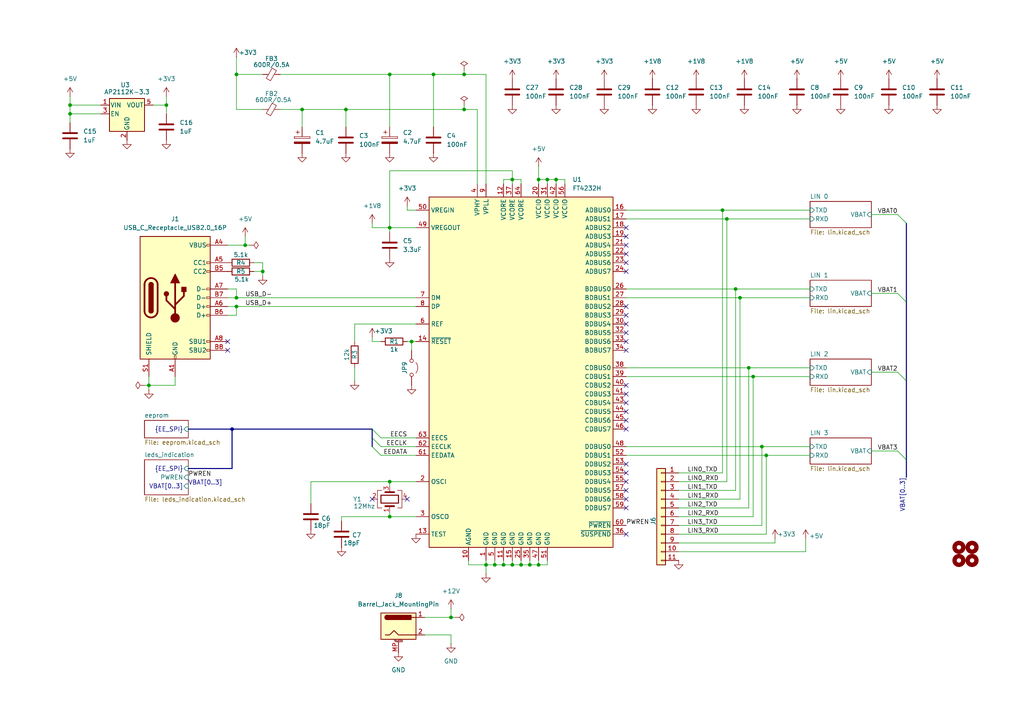
<source format=kicad_sch>
(kicad_sch (version 20231120) (generator "eeschema") (generator_version "8.0")
  (paper "A4")
  (title_block (title "FTDI Quad LIN"))
  (lib_symbols
    (symbol "Connector:Barrel_Jack_MountingPin" (pin_names hide)
      (property "Reference" "J" (at 0 5.334 0))
      (property "Value" "Barrel_Jack_MountingPin" (at 1.27 -6.35 0))
      (symbol "Barrel_Jack_MountingPin_1_1"
        (text "Mounting" (at 0 -4.191 0) (effects (font (size 0.381 0.381))))
        (pin passive line (at 7.62 2.54 180) (length 2.54) (name "~") (number "1"))
        (pin passive line (at 7.62 -2.54 180) (length 2.54) (name "~") (number "2"))
        (pin passive line (at 0 -7.62 90) (length 3.048) (name "MountPin") (number "MP"))
      )
    )
    (symbol "Connector:USB_C_Receptacle_USB2.0_16P" (pin_names (offset 1.016))
      (property "Reference" "J" (at 0 22.225 0))
      (property "Value" "USB_C_Receptacle_USB2.0_16P" (at 0 19.685 0))
      (symbol "USB_C_Receptacle_USB2.0_16P_1_1"
        (pin passive line (at 0 -22.86 90) (length 5.08) (name "GND") (number "A1"))
        (pin passive line (at 0 -22.86 90) (length 5.08) hide (name "GND") (number "A12"))
        (pin passive line (at 15.24 15.24 180) (length 5.08) (name "VBUS") (number "A4"))
        (pin bidirectional line (at 15.24 10.16 180) (length 5.08) (name "CC1") (number "A5"))
        (pin bidirectional line (at 15.24 -2.54 180) (length 5.08) (name "D+") (number "A6"))
        (pin bidirectional line (at 15.24 2.54 180) (length 5.08) (name "D-") (number "A7"))
        (pin bidirectional line (at 15.24 -12.7 180) (length 5.08) (name "SBU1") (number "A8"))
        (pin passive line (at 15.24 15.24 180) (length 5.08) hide (name "VBUS") (number "A9"))
        (pin passive line (at 0 -22.86 90) (length 5.08) hide (name "GND") (number "B1"))
        (pin passive line (at 0 -22.86 90) (length 5.08) hide (name "GND") (number "B12"))
        (pin passive line (at 15.24 15.24 180) (length 5.08) hide (name "VBUS") (number "B4"))
        (pin bidirectional line (at 15.24 7.62 180) (length 5.08) (name "CC2") (number "B5"))
        (pin bidirectional line (at 15.24 -5.08 180) (length 5.08) (name "D+") (number "B6"))
        (pin bidirectional line (at 15.24 0 180) (length 5.08) (name "D-") (number "B7"))
        (pin bidirectional line (at 15.24 -15.24 180) (length 5.08) (name "SBU2") (number "B8"))
        (pin passive line (at 15.24 15.24 180) (length 5.08) hide (name "VBUS") (number "B9"))
        (pin passive line (at -7.62 -22.86 90) (length 5.08) (name "SHIELD") (number "S1"))
      )
    )
    (symbol "Connector_Generic:Conn_01x11" (pin_names (offset 1.016) hide)
      (property "Reference" "J" (at 0 15.24 0))
      (property "Value" "Conn_01x11" (at 0 -15.24 0))
      (symbol "Conn_01x11_1_1"
        (pin passive line (at -5.08 12.7 0) (length 3.81) (name "Pin_1") (number "1"))
        (pin passive line (at -5.08 -10.16 0) (length 3.81) (name "Pin_10") (number "10"))
        (pin passive line (at -5.08 -12.7 0) (length 3.81) (name "Pin_11") (number "11"))
        (pin passive line (at -5.08 10.16 0) (length 3.81) (name "Pin_2") (number "2"))
        (pin passive line (at -5.08 7.62 0) (length 3.81) (name "Pin_3") (number "3"))
        (pin passive line (at -5.08 5.08 0) (length 3.81) (name "Pin_4") (number "4"))
        (pin passive line (at -5.08 2.54 0) (length 3.81) (name "Pin_5") (number "5"))
        (pin passive line (at -5.08 0 0) (length 3.81) (name "Pin_6") (number "6"))
        (pin passive line (at -5.08 -2.54 0) (length 3.81) (name "Pin_7") (number "7"))
        (pin passive line (at -5.08 -5.08 0) (length 3.81) (name "Pin_8") (number "8"))
        (pin passive line (at -5.08 -7.62 0) (length 3.81) (name "Pin_9") (number "9"))
      )
    )
    (symbol "Device:C" (pin_numbers hide) (pin_names (offset 0.254))
      (property "Reference" "C" (at 0.635 2.54 0))
      (property "Value" "C" (at 0.635 -2.54 0))
      (symbol "C_1_1"
        (pin passive line (at 0 3.81 270) (length 2.794) (name "~") (number "1"))
        (pin passive line (at 0 -3.81 90) (length 2.794) (name "~") (number "2"))
      )
    )
    (symbol "Device:C_Polarized" (pin_numbers hide) (pin_names (offset 0.254))
      (property "Reference" "C" (at 0.635 2.54 0))
      (property "Value" "C_Polarized" (at 0.635 -2.54 0))
      (symbol "C_Polarized_1_1"
        (pin passive line (at 0 3.81 270) (length 2.794) (name "~") (number "1"))
        (pin passive line (at 0 -3.81 90) (length 2.794) (name "~") (number "2"))
      )
    )
    (symbol "Device:Crystal_GND24" (pin_names (offset 1.016) hide)
      (property "Reference" "Y" (at 3.175 5.08 0))
      (property "Value" "Crystal_GND24" (at 3.175 3.175 0))
      (symbol "Crystal_GND24_1_1"
        (pin passive line (at -3.81 0 0) (length 1.27) (name "1") (number "1"))
        (pin passive line (at 0 5.08 270) (length 1.27) (name "2") (number "2"))
        (pin passive line (at 3.81 0 180) (length 1.27) (name "3") (number "3"))
        (pin passive line (at 0 -5.08 90) (length 1.27) (name "4") (number "4"))
      )
    )
    (symbol "Device:FerriteBead_Small" (pin_numbers hide) (pin_names (offset 0))
      (property "Reference" "FB" (at 1.905 1.27 0))
      (property "Value" "FerriteBead_Small" (at 1.905 -1.27 0))
      (symbol "FerriteBead_Small_1_1"
        (pin passive line (at 0 2.54 270) (length 1.27) (name "~") (number "1"))
        (pin passive line (at 0 -2.54 90) (length 1.27) (name "~") (number "2"))
      )
    )
    (symbol "Device:R" (pin_numbers hide) (pin_names (offset 0))
      (property "Reference" "R" (at 2.032 0 90))
      (property "Value" "R" (at 0 0 90))
      (symbol "R_1_1"
        (pin passive line (at 0 3.81 270) (length 1.27) (name "~") (number "1"))
        (pin passive line (at 0 -3.81 90) (length 1.27) (name "~") (number "2"))
      )
    )
    (symbol "Interface_USB:FT4232H"
      (property "Reference" "U" (at -26.67 53.34 0))
      (property "Value" "FT4232H" (at 19.05 53.34 0))
      (symbol "FT4232H_1_1"
        (pin power_in line (at -10.16 -53.34 90) (length 3.81) (name "GND") (number "1"))
        (pin power_in line (at -15.24 -53.34 90) (length 3.81) (name "AGND") (number "10"))
        (pin power_in line (at -5.08 -53.34 90) (length 3.81) (name "GND") (number "11"))
        (pin power_in line (at -5.08 55.88 270) (length 3.81) (name "VCORE") (number "12"))
        (pin input line (at -30.48 -45.72 0) (length 3.81) (name "TEST") (number "13"))
        (pin input line (at -30.48 10.16 0) (length 3.81) (name "~{RESET}") (number "14"))
        (pin power_in line (at -2.54 -53.34 90) (length 3.81) (name "GND") (number "15"))
        (pin bidirectional line (at 30.48 48.26 180) (length 3.81) (name "ADBUS0") (number "16"))
        (pin bidirectional line (at 30.48 45.72 180) (length 3.81) (name "ADBUS1") (number "17"))
        (pin bidirectional line (at 30.48 43.18 180) (length 3.81) (name "ADBUS2") (number "18"))
        (pin bidirectional line (at 30.48 40.64 180) (length 3.81) (name "ADBUS3") (number "19"))
        (pin input line (at -30.48 -30.48 0) (length 3.81) (name "OSCI") (number "2"))
        (pin power_in line (at 5.08 55.88 270) (length 3.81) (name "VCCIO") (number "20"))
        (pin bidirectional line (at 30.48 38.1 180) (length 3.81) (name "ADBUS4") (number "21"))
        (pin bidirectional line (at 30.48 35.56 180) (length 3.81) (name "ADBUS5") (number "22"))
        (pin bidirectional line (at 30.48 33.02 180) (length 3.81) (name "ADBUS6") (number "23"))
        (pin bidirectional line (at 30.48 30.48 180) (length 3.81) (name "ADBUS7") (number "24"))
        (pin power_in line (at 0 -53.34 90) (length 3.81) (name "GND") (number "25"))
        (pin bidirectional line (at 30.48 25.4 180) (length 3.81) (name "BDBUS0") (number "26"))
        (pin bidirectional line (at 30.48 22.86 180) (length 3.81) (name "BDBUS1") (number "27"))
        (pin bidirectional line (at 30.48 20.32 180) (length 3.81) (name "BDBUS2") (number "28"))
        (pin bidirectional line (at 30.48 17.78 180) (length 3.81) (name "BDBUS3") (number "29"))
        (pin output line (at -30.48 -40.64 0) (length 3.81) (name "OSCO") (number "3"))
        (pin bidirectional line (at 30.48 15.24 180) (length 3.81) (name "BDBUS4") (number "30"))
        (pin power_in line (at 7.62 55.88 270) (length 3.81) (name "VCCIO") (number "31"))
        (pin bidirectional line (at 30.48 12.7 180) (length 3.81) (name "BDBUS5") (number "32"))
        (pin bidirectional line (at 30.48 10.16 180) (length 3.81) (name "BDBUS6") (number "33"))
        (pin bidirectional line (at 30.48 7.62 180) (length 3.81) (name "BDBUS7") (number "34"))
        (pin power_in line (at 2.54 -53.34 90) (length 3.81) (name "GND") (number "35"))
        (pin output line (at 30.48 -45.72 180) (length 3.81) (name "~{SUSPEND}") (number "36"))
        (pin power_in line (at -2.54 55.88 270) (length 3.81) (name "VCORE") (number "37"))
        (pin bidirectional line (at 30.48 2.54 180) (length 3.81) (name "CDBUS0") (number "38"))
        (pin bidirectional line (at 30.48 0 180) (length 3.81) (name "CDBUS1") (number "39"))
        (pin power_in line (at -12.7 55.88 270) (length 3.81) (name "VPHY") (number "4"))
        (pin bidirectional line (at 30.48 -2.54 180) (length 3.81) (name "CDBUS2") (number "40"))
        (pin bidirectional line (at 30.48 -5.08 180) (length 3.81) (name "CDBUS3") (number "41"))
        (pin power_in line (at 10.16 55.88 270) (length 3.81) (name "VCCIO") (number "42"))
        (pin bidirectional line (at 30.48 -7.62 180) (length 3.81) (name "CDBUS4") (number "43"))
        (pin bidirectional line (at 30.48 -10.16 180) (length 3.81) (name "CDBUS5") (number "44"))
        (pin bidirectional line (at 30.48 -12.7 180) (length 3.81) (name "CDBUS6") (number "45"))
        (pin bidirectional line (at 30.48 -15.24 180) (length 3.81) (name "CDBUS7") (number "46"))
        (pin power_in line (at 5.08 -53.34 90) (length 3.81) (name "GND") (number "47"))
        (pin bidirectional line (at 30.48 -20.32 180) (length 3.81) (name "DDBUS0") (number "48"))
        (pin power_out line (at -30.48 43.18 0) (length 3.81) (name "VREGOUT") (number "49"))
        (pin power_in line (at -7.62 -53.34 90) (length 3.81) (name "GND") (number "5"))
        (pin power_in line (at -30.48 48.26 0) (length 3.81) (name "VREGIN") (number "50"))
        (pin power_in line (at 7.62 -53.34 90) (length 3.81) (name "GND") (number "51"))
        (pin bidirectional line (at 30.48 -22.86 180) (length 3.81) (name "DDBUS1") (number "52"))
        (pin bidirectional line (at 30.48 -25.4 180) (length 3.81) (name "DDBUS2") (number "53"))
        (pin bidirectional line (at 30.48 -27.94 180) (length 3.81) (name "DDBUS3") (number "54"))
        (pin bidirectional line (at 30.48 -30.48 180) (length 3.81) (name "DDBUS4") (number "55"))
        (pin power_in line (at 12.7 55.88 270) (length 3.81) (name "VCCIO") (number "56"))
        (pin bidirectional line (at 30.48 -33.02 180) (length 3.81) (name "DDBUS5") (number "57"))
        (pin bidirectional line (at 30.48 -35.56 180) (length 3.81) (name "DDBUS6") (number "58"))
        (pin bidirectional line (at 30.48 -38.1 180) (length 3.81) (name "DDBUS7") (number "59"))
        (pin input line (at -30.48 15.24 0) (length 3.81) (name "REF") (number "6"))
        (pin output line (at 30.48 -43.18 180) (length 3.81) (name "~{PWREN}") (number "60"))
        (pin bidirectional line (at -30.48 -22.86 0) (length 3.81) (name "EEDATA") (number "61"))
        (pin output line (at -30.48 -20.32 0) (length 3.81) (name "EECLK") (number "62"))
        (pin output line (at -30.48 -17.78 0) (length 3.81) (name "EECS") (number "63"))
        (pin power_in line (at 0 55.88 270) (length 3.81) (name "VCORE") (number "64"))
        (pin bidirectional line (at -30.48 22.86 0) (length 3.81) (name "DM") (number "7"))
        (pin bidirectional line (at -30.48 20.32 0) (length 3.81) (name "DP") (number "8"))
        (pin power_in line (at -10.16 55.88 270) (length 3.81) (name "VPLL") (number "9"))
      )
    )
    (symbol "Jumper:Jumper_2_Open" (pin_numbers hide) (pin_names (offset 0) hide) (exclude_from_sim yes)
      (property "Reference" "JP" (at 0 2.794 0))
      (property "Value" "Jumper_2_Open" (at 0 -2.286 0))
      (symbol "Jumper_2_Open_1_1"
        (pin passive line (at -5.08 0 0) (length 2.54) (name "A") (number "1"))
        (pin passive line (at 5.08 0 180) (length 2.54) (name "B") (number "2"))
      )
    )
    (symbol "Mechanical:MountingHole" (pin_names (offset 1.016)) (exclude_from_sim yes) (in_bom no)
      (property "Reference" "H" (at 0 5.08 0))
      (property "Value" "MountingHole" (at 0 3.175 0))
    )
    (symbol "Regulator_Linear:AP2112K-3.3" (pin_names (offset 0.254))
      (property "Reference" "U" (at -5.08 5.715 0))
      (property "Value" "AP2112K-3.3" (at 0 5.715 0))
      (symbol "AP2112K-3.3_1_1"
        (pin power_in line (at -7.62 2.54 0) (length 2.54) (name "VIN") (number "1"))
        (pin power_in line (at 0 -7.62 90) (length 2.54) (name "GND") (number "2"))
        (pin input line (at -7.62 0 0) (length 2.54) (name "EN") (number "3"))
        (pin no_connect line (at 5.08 0 180) (length 2.54) hide (name "NC") (number "4"))
        (pin power_out line (at 7.62 2.54 180) (length 2.54) (name "VOUT") (number "5"))
      )
    )
    (symbol "power:+12V" (power) (pin_numbers hide) (pin_names (offset 0) hide)
      (property "Value" "+12V" (at 0 3.556 0))
      (symbol "+12V_1_1"
        (pin power_in line (at 0 0 90) (length 0) (name "~") (number "1"))
      )
    )
    (symbol "power:+1V8" (power) (pin_numbers hide) (pin_names (offset 0) hide)
      (property "Value" "+1V8" (at 0 3.556 0))
      (symbol "+1V8_1_1"
        (pin power_in line (at 0 0 90) (length 0) (name "~") (number "1"))
      )
    )
    (symbol "power:+3V3" (power) (pin_numbers hide) (pin_names (offset 0) hide)
      (property "Value" "+3V3" (at 0 3.556 0))
      (symbol "+3V3_1_1"
        (pin power_in line (at 0 0 90) (length 0) (name "~") (number "1"))
      )
    )
    (symbol "power:+5V" (power) (pin_numbers hide) (pin_names (offset 0) hide)
      (property "Value" "+5V" (at 0 3.556 0))
      (symbol "+5V_1_1"
        (pin power_in line (at 0 0 90) (length 0) (name "~") (number "1"))
      )
    )
    (symbol "power:GND" (power) (pin_numbers hide) (pin_names (offset 0) hide)
      (property "Value" "GND" (at 0 -3.81 0))
      (symbol "GND_1_1"
        (pin power_in line (at 0 0 270) (length 0) (name "~") (number "1"))
      )
    )
    (symbol "power:PWR_FLAG" (power) (pin_numbers hide) (pin_names (offset 0) hide)
      (property "Value" "PWR_FLAG" (at 0 3.81 0))
      (symbol "PWR_FLAG_0_0"
        (pin power_out line (at 0 0 90) (length 0) (name "~") (number "1"))
      )
    )
  )
  (bus_alias "" (members "0" "1" "2" "3"))
  (bus_alias "EE_SPI" (members "EECS" "EECLK" "EEDATA"))
  (junction (at 76.2 78.74))
  (junction (at 134.62 31.75))
  (junction (at 113.03 139.7))
  (junction (at 148.59 163.83))
  (junction (at 146.05 163.83))
  (junction (at 43.18 111.76))
  (junction (at 100.33 31.75))
  (junction (at 156.21 163.83))
  (junction (at 140.97 163.83))
  (junction (at 119.38 99.06))
  (junction (at 48.26 30.48))
  (junction (at 20.32 33.02))
  (junction (at 148.59 52.07))
  (junction (at 68.58 21.59))
  (junction (at 87.63 31.75))
  (junction (at 143.51 163.83))
  (junction (at 67.31 124.46))
  (junction (at 68.58 88.9))
  (junction (at 210.82 63.5))
  (junction (at 217.17 106.68))
  (junction (at 213.36 83.82))
  (junction (at 161.29 52.07))
  (junction (at 130.81 179.07))
  (junction (at 222.25 132.08))
  (junction (at 125.73 21.59))
  (junction (at 113.03 66.04))
  (junction (at 158.75 52.07))
  (junction (at 71.12 71.12))
  (junction (at 214.63 86.36))
  (junction (at 209.55 60.96))
  (junction (at 113.03 149.86))
  (junction (at 68.58 86.36))
  (junction (at 20.32 30.48))
  (junction (at 113.03 21.59))
  (junction (at 156.21 52.07))
  (junction (at 153.67 163.83))
  (junction (at 151.13 163.83))
  (junction (at 218.44 109.22))
  (junction (at 134.62 21.59))
  (junction (at 220.98 129.54))
  (no_connect (at 181.61 96.52))
  (no_connect (at 66.04 101.6))
  (no_connect (at 181.61 73.66))
  (no_connect (at 181.61 101.6))
  (no_connect (at 181.61 137.16))
  (no_connect (at 181.61 142.24))
  (no_connect (at 181.61 114.3))
  (no_connect (at 181.61 76.2))
  (no_connect (at 181.61 111.76))
  (no_connect (at 181.61 121.92))
  (no_connect (at 66.04 99.06))
  (no_connect (at 181.61 134.62))
  (no_connect (at 181.61 71.12))
  (no_connect (at 181.61 144.78))
  (no_connect (at 181.61 154.94))
  (no_connect (at 181.61 68.58))
  (no_connect (at 181.61 124.46))
  (no_connect (at 181.61 139.7))
  (no_connect (at 181.61 93.98))
  (no_connect (at 181.61 119.38))
  (no_connect (at 181.61 99.06))
  (no_connect (at 181.61 116.84))
  (no_connect (at 118.11 144.78))
  (no_connect (at 181.61 147.32))
  (no_connect (at 107.95 144.78))
  (no_connect (at 181.61 91.44))
  (no_connect (at 181.61 88.9))
  (no_connect (at 181.61 66.04))
  (no_connect (at 181.61 78.74))
  (bus_entry (at 260.35 130.81) (size 2.54 2.54))
  (bus_entry (at 107.95 124.46) (size 2.54 2.54))
  (bus_entry (at 260.35 107.95) (size 2.54 2.54))
  (bus_entry (at 107.95 127) (size 2.54 2.54))
  (bus_entry (at 107.95 129.54) (size 2.54 2.54))
  (bus_entry (at 260.35 62.23) (size 2.54 2.54))
  (bus_entry (at 260.35 85.09) (size 2.54 2.54))
  (wire (pts (xy 252.73 107.95) (xy 260.35 107.95)))
  (wire (pts (xy 134.62 31.75) (xy 138.43 31.75)))
  (wire (pts (xy 123.19 179.07) (xy 130.81 179.07)))
  (wire (pts (xy 196.85 137.16) (xy 209.55 137.16)))
  (wire (pts (xy 102.87 93.98) (xy 102.87 99.06)))
  (wire (pts (xy 68.58 86.36) (xy 120.65 86.36)))
  (wire (pts (xy 224.79 156.21) (xy 224.79 157.48)))
  (wire (pts (xy 113.03 49.53) (xy 148.59 49.53)))
  (wire (pts (xy 120.65 60.96) (xy 118.11 60.96)))
  (wire (pts (xy 181.61 132.08) (xy 222.25 132.08)))
  (wire (pts (xy 44.45 30.48) (xy 48.26 30.48)))
  (wire (pts (xy 156.21 162.56) (xy 156.21 163.83)))
  (wire (pts (xy 153.67 163.83) (xy 151.13 163.83)))
  (wire (pts (xy 43.18 111.76) (xy 50.8 111.76)))
  (wire (pts (xy 73.66 76.2) (xy 76.2 76.2)))
  (wire (pts (xy 151.13 163.83) (xy 148.59 163.83)))
  (wire (pts (xy 146.05 163.83) (xy 143.51 163.83)))
  (wire (pts (xy 148.59 162.56) (xy 148.59 163.83)))
  (bus (pts (xy 262.89 110.49) (xy 262.89 87.63)))
  (wire (pts (xy 140.97 162.56) (xy 140.97 163.83)))
  (wire (pts (xy 143.51 162.56) (xy 143.51 163.83)))
  (wire (pts (xy 100.33 31.75) (xy 100.33 36.83)))
  (wire (pts (xy 125.73 21.59) (xy 125.73 36.83)))
  (wire (pts (xy 76.2 76.2) (xy 76.2 78.74)))
  (wire (pts (xy 68.58 83.82) (xy 66.04 83.82)))
  (wire (pts (xy 148.59 163.83) (xy 146.05 163.83)))
  (bus (pts (xy 107.95 127) (xy 107.95 129.54)))
  (wire (pts (xy 68.58 31.75) (xy 68.58 21.59)))
  (bus (pts (xy 262.89 133.35) (xy 262.89 110.49)))
  (wire (pts (xy 181.61 83.82) (xy 213.36 83.82)))
  (bus (pts (xy 54.61 124.46) (xy 67.31 124.46)))
  (wire (pts (xy 140.97 163.83) (xy 140.97 166.37)))
  (wire (pts (xy 68.58 88.9) (xy 68.58 91.44)))
  (wire (pts (xy 156.21 48.26) (xy 156.21 52.07)))
  (wire (pts (xy 161.29 52.07) (xy 161.29 53.34)))
  (wire (pts (xy 43.18 111.76) (xy 43.18 113.03)))
  (bus (pts (xy 262.89 87.63) (xy 262.89 64.77)))
  (bus (pts (xy 107.95 124.46) (xy 107.95 127)))
  (wire (pts (xy 120.65 93.98) (xy 102.87 93.98)))
  (wire (pts (xy 181.61 60.96) (xy 209.55 60.96)))
  (wire (pts (xy 123.19 184.15) (xy 130.81 184.15)))
  (wire (pts (xy 134.62 30.48) (xy 134.62 31.75)))
  (wire (pts (xy 120.65 66.04) (xy 113.03 66.04)))
  (wire (pts (xy 113.03 21.59) (xy 113.03 36.83)))
  (wire (pts (xy 140.97 21.59) (xy 140.97 53.34)))
  (wire (pts (xy 209.55 137.16) (xy 209.55 60.96)))
  (wire (pts (xy 41.91 111.76) (xy 43.18 111.76)))
  (wire (pts (xy 134.62 20.32) (xy 134.62 21.59)))
  (wire (pts (xy 218.44 109.22) (xy 234.95 109.22)))
  (wire (pts (xy 118.11 60.96) (xy 118.11 59.69)))
  (bus (pts (xy 54.61 135.89) (xy 67.31 135.89)))
  (wire (pts (xy 118.11 99.06) (xy 119.38 99.06)))
  (wire (pts (xy 135.89 162.56) (xy 135.89 163.83)))
  (wire (pts (xy 156.21 52.07) (xy 158.75 52.07)))
  (wire (pts (xy 220.98 152.4) (xy 220.98 129.54)))
  (wire (pts (xy 217.17 147.32) (xy 217.17 106.68)))
  (wire (pts (xy 71.12 71.12) (xy 72.39 71.12)))
  (wire (pts (xy 158.75 52.07) (xy 158.75 53.34)))
  (wire (pts (xy 148.59 52.07) (xy 148.59 53.34)))
  (wire (pts (xy 196.85 142.24) (xy 213.36 142.24)))
  (wire (pts (xy 120.65 88.9) (xy 68.58 88.9)))
  (wire (pts (xy 113.03 21.59) (xy 81.28 21.59)))
  (wire (pts (xy 196.85 147.32) (xy 217.17 147.32)))
  (wire (pts (xy 138.43 31.75) (xy 138.43 53.34)))
  (wire (pts (xy 20.32 30.48) (xy 20.32 33.02)))
  (wire (pts (xy 196.85 139.7) (xy 210.82 139.7)))
  (wire (pts (xy 210.82 63.5) (xy 234.95 63.5)))
  (wire (pts (xy 196.85 157.48) (xy 224.79 157.48)))
  (wire (pts (xy 156.21 53.34) (xy 156.21 52.07)))
  (wire (pts (xy 90.17 146.05) (xy 90.17 139.7)))
  (wire (pts (xy 218.44 149.86) (xy 218.44 109.22)))
  (wire (pts (xy 210.82 139.7) (xy 210.82 63.5)))
  (wire (pts (xy 252.73 130.81) (xy 260.35 130.81)))
  (wire (pts (xy 156.21 163.83) (xy 153.67 163.83)))
  (wire (pts (xy 87.63 31.75) (xy 100.33 31.75)))
  (wire (pts (xy 222.25 154.94) (xy 222.25 132.08)))
  (wire (pts (xy 113.03 149.86) (xy 113.03 148.59)))
  (wire (pts (xy 140.97 21.59) (xy 134.62 21.59)))
  (wire (pts (xy 252.73 85.09) (xy 260.35 85.09)))
  (wire (pts (xy 196.85 144.78) (xy 214.63 144.78)))
  (wire (pts (xy 90.17 139.7) (xy 113.03 139.7)))
  (wire (pts (xy 181.61 86.36) (xy 214.63 86.36)))
  (wire (pts (xy 134.62 21.59) (xy 125.73 21.59)))
  (wire (pts (xy 233.68 160.02) (xy 196.85 160.02)))
  (wire (pts (xy 29.21 30.48) (xy 20.32 30.48)))
  (wire (pts (xy 87.63 31.75) (xy 87.63 36.83)))
  (wire (pts (xy 120.65 139.7) (xy 113.03 139.7)))
  (wire (pts (xy 161.29 52.07) (xy 163.83 52.07)))
  (wire (pts (xy 76.2 78.74) (xy 73.66 78.74)))
  (wire (pts (xy 252.73 62.23) (xy 260.35 62.23)))
  (wire (pts (xy 233.68 156.21) (xy 233.68 160.02)))
  (wire (pts (xy 68.58 16.51) (xy 68.58 21.59)))
  (wire (pts (xy 113.03 139.7) (xy 113.03 140.97)))
  (wire (pts (xy 153.67 162.56) (xy 153.67 163.83)))
  (wire (pts (xy 119.38 99.06) (xy 119.38 101.6)))
  (wire (pts (xy 107.95 66.04) (xy 113.03 66.04)))
  (wire (pts (xy 66.04 86.36) (xy 68.58 86.36)))
  (wire (pts (xy 217.17 106.68) (xy 234.95 106.68)))
  (wire (pts (xy 50.8 109.22) (xy 50.8 111.76)))
  (wire (pts (xy 148.59 49.53) (xy 148.59 52.07)))
  (wire (pts (xy 119.38 99.06) (xy 120.65 99.06)))
  (wire (pts (xy 146.05 162.56) (xy 146.05 163.83)))
  (bus (pts (xy 67.31 124.46) (xy 67.31 135.89)))
  (wire (pts (xy 196.85 149.86) (xy 218.44 149.86)))
  (wire (pts (xy 20.32 30.48) (xy 20.32 27.94)))
  (wire (pts (xy 213.36 83.82) (xy 234.95 83.82)))
  (wire (pts (xy 102.87 106.68) (xy 102.87 110.49)))
  (wire (pts (xy 158.75 162.56) (xy 158.75 163.83)))
  (wire (pts (xy 107.95 97.79) (xy 107.95 99.06)))
  (wire (pts (xy 213.36 142.24) (xy 213.36 83.82)))
  (wire (pts (xy 151.13 52.07) (xy 148.59 52.07)))
  (wire (pts (xy 71.12 68.58) (xy 71.12 71.12)))
  (bus (pts (xy 262.89 133.35) (xy 262.89 138.43)))
  (wire (pts (xy 110.49 132.08) (xy 120.65 132.08)))
  (wire (pts (xy 110.49 127) (xy 120.65 127)))
  (wire (pts (xy 107.95 66.04) (xy 107.95 64.77)))
  (wire (pts (xy 148.59 52.07) (xy 146.05 52.07)))
  (wire (pts (xy 151.13 53.34) (xy 151.13 52.07)))
  (wire (pts (xy 146.05 52.07) (xy 146.05 53.34)))
  (wire (pts (xy 81.28 31.75) (xy 87.63 31.75)))
  (wire (pts (xy 143.51 163.83) (xy 140.97 163.83)))
  (wire (pts (xy 20.32 33.02) (xy 29.21 33.02)))
  (wire (pts (xy 125.73 21.59) (xy 113.03 21.59)))
  (wire (pts (xy 130.81 179.07) (xy 130.81 176.53)))
  (wire (pts (xy 222.25 132.08) (xy 234.95 132.08)))
  (wire (pts (xy 99.06 149.86) (xy 113.03 149.86)))
  (wire (pts (xy 130.81 184.15) (xy 130.81 186.69)))
  (wire (pts (xy 43.18 109.22) (xy 43.18 111.76)))
  (wire (pts (xy 48.26 30.48) (xy 48.26 33.02)))
  (wire (pts (xy 113.03 66.04) (xy 113.03 67.31)))
  (wire (pts (xy 158.75 163.83) (xy 156.21 163.83)))
  (wire (pts (xy 48.26 27.94) (xy 48.26 30.48)))
  (wire (pts (xy 100.33 31.75) (xy 134.62 31.75)))
  (wire (pts (xy 130.81 179.07) (xy 132.08 179.07)))
  (wire (pts (xy 209.55 60.96) (xy 234.95 60.96)))
  (wire (pts (xy 181.61 106.68) (xy 217.17 106.68)))
  (wire (pts (xy 151.13 162.56) (xy 151.13 163.83)))
  (wire (pts (xy 99.06 151.13) (xy 99.06 149.86)))
  (wire (pts (xy 214.63 86.36) (xy 234.95 86.36)))
  (wire (pts (xy 196.85 154.94) (xy 222.25 154.94)))
  (wire (pts (xy 214.63 144.78) (xy 214.63 86.36)))
  (wire (pts (xy 68.58 88.9) (xy 66.04 88.9)))
  (wire (pts (xy 20.32 35.56) (xy 20.32 33.02)))
  (wire (pts (xy 68.58 21.59) (xy 76.2 21.59)))
  (wire (pts (xy 68.58 86.36) (xy 68.58 83.82)))
  (wire (pts (xy 220.98 129.54) (xy 234.95 129.54)))
  (wire (pts (xy 66.04 71.12) (xy 71.12 71.12)))
  (wire (pts (xy 196.85 152.4) (xy 220.98 152.4)))
  (wire (pts (xy 181.61 63.5) (xy 210.82 63.5)))
  (wire (pts (xy 110.49 129.54) (xy 120.65 129.54)))
  (wire (pts (xy 158.75 52.07) (xy 161.29 52.07)))
  (wire (pts (xy 76.2 31.75) (xy 68.58 31.75)))
  (wire (pts (xy 107.95 99.06) (xy 110.49 99.06)))
  (wire (pts (xy 135.89 163.83) (xy 140.97 163.83)))
  (wire (pts (xy 181.61 109.22) (xy 218.44 109.22)))
  (wire (pts (xy 66.04 91.44) (xy 68.58 91.44)))
  (wire (pts (xy 76.2 80.01) (xy 76.2 78.74)))
  (wire (pts (xy 120.65 149.86) (xy 113.03 149.86)))
  (wire (pts (xy 181.61 129.54) (xy 220.98 129.54)))
  (wire (pts (xy 113.03 66.04) (xy 113.03 49.53)))
  (bus (pts (xy 67.31 124.46) (xy 107.95 124.46)))
  (wire (pts (xy 163.83 52.07) (xy 163.83 53.34)))
  (label "EECS" (at 118.11 127 180))
  (label "PWREN" (at 54.61 138.43 0))
  (label "LIN2_RXD" (at 199.39 149.86 0))
  (label "EECLK" (at 118.11 129.54 180))
  (label "PWREN" (at 181.61 152.4 0))
  (label "USB_D-" (at 71.12 86.36 0))
  (label "LIN1_TXD" (at 199.39 142.24 0))
  (label "VBAT2" (at 260.35 107.95 180))
  (label "LIN3_RXD" (at 199.39 154.94 0))
  (label "VBAT[0..3]" (at 262.89 138.43 270))
  (label "VBAT1" (at 260.35 85.09 180))
  (label "LIN0_TXD" (at 199.39 137.16 0))
  (label "EEDATA" (at 118.11 132.08 180))
  (label "LIN1_RXD" (at 199.39 144.78 0))
  (label "LIN0_RXD" (at 199.39 139.7 0))
  (label "USB_D+" (at 71.12 88.9 0))
  (label "VBAT3" (at 260.35 130.81 180))
  (label "LIN2_TXD" (at 199.39 147.32 0))
  (label "VBAT0" (at 260.35 62.23 180))
  (label "LIN3_TXD" (at 199.39 152.4 0))
  (label "VBAT[0..3]" (at 54.61 140.97 0))
  (symbol (lib_id "power:GND") (at 215.9 30.48 0) (unit 1)
    (property "Reference" "#PWR037" (effects (hide yes)))
    (property "Value" "GND" (effects (hide yes)))
    (property "Description" "Power symbol creates a global label with name \"GND\" , ground" (effects (hide yes)))
  )
  (symbol (lib_id "power:GND") (at 161.29 30.48 0) (unit 1)
    (property "Reference" "#PWR049" (effects (hide yes)))
    (property "Value" "GND" (effects (hide yes)))
    (property "Description" "Power symbol creates a global label with name \"GND\" , ground" (effects (hide yes)))
  )
  (symbol (lib_id "power:GND") (at 113.03 74.93 0) (unit 1)
    (property "Reference" "#PWR017" (effects (hide yes)))
    (property "Value" "GND" (effects (hide yes)))
    (property "Description" "Power symbol creates a global label with name \"GND\" , ground" (effects (hide yes)))
  )
  (symbol (lib_id "power:+3V3") (at 224.79 156.21 0) (unit 1)
    (property "Reference" "#PWR094" (effects (hide yes)))
    (property "Value" "+3V3" (at 228.092 154.94 0))
    (property "Description" "Power symbol creates a global label with name \"+3V3\"" (effects (hide yes)))
  )
  (symbol (lib_id "Device:C") (at 215.9 26.67 0) (unit 1)
    (property "Reference" "C14" (at 219.71 25.3999 0) (effects (justify left)))
    (property "Value" "100nF" (at 219.71 27.9399 0) (effects (justify left)))
    (property "Footprint" "Capacitor_SMD:C_0805_2012Metric" (effects (hide yes)))
    (property "Description" "Unpolarized capacitor" (effects (hide yes)))
  )
  (symbol (lib_id "power:GND") (at 120.65 154.94 0) (unit 1)
    (property "Reference" "#PWR023" (effects (hide yes)))
    (property "Value" "GND" (effects (hide yes)))
    (property "Description" "Power symbol creates a global label with name \"GND\" , ground" (effects (hide yes)))
  )
  (symbol (lib_id "power:+5V") (at 257.81 22.86 0) (unit 1)
    (property "Reference" "#PWR011" (effects (hide yes)))
    (property "Value" "+5V" (at 257.81 17.78 0))
    (property "Description" "Power symbol creates a global label with name \"+5V\"" (effects (hide yes)))
  )
  (symbol (lib_id "Mechanical:MountingHole") (at 278.13 162.56 0) (unit 1) (exclude_from_sim yes) (in_bom no)
    (property "Reference" "H2" (effects (hide yes)))
    (property "Value" "MountingHole" (effects (hide yes)))
    (property "Footprint" "MountingHole:MountingHole_3.2mm_M3" (effects (hide yes)))
    (property "Description" "Mounting Hole without connection" (effects (hide yes)))
  )
  (symbol (lib_id "power:GND") (at 87.63 44.45 0) (unit 1)
    (property "Reference" "#PWR010" (effects (hide yes)))
    (property "Value" "GND" (effects (hide yes)))
    (property "Description" "Power symbol creates a global label with name \"GND\" , ground" (effects (hide yes)))
  )
  (symbol (lib_id "power:+12V") (at 130.81 176.53 0) (unit 1)
    (property "Reference" "#PWR087" (effects (hide yes)))
    (property "Value" "+12V" (at 130.81 171.45 0))
    (property "Description" "Power symbol creates a global label with name \"+12V\"" (effects (hide yes)))
  )
  (symbol (lib_id "power:GND") (at 76.2 80.01 0) (unit 1)
    (property "Reference" "#PWR06" (effects (hide yes)))
    (property "Value" "GND" (effects (hide yes)))
    (property "Description" "Power symbol creates a global label with name \"GND\" , ground" (effects (hide yes)))
  )
  (symbol (lib_id "Device:C") (at 90.17 149.86 0) (unit 1)
    (property "Reference" "C6" (at 93.218 150.368 0) (effects (justify left)))
    (property "Value" "18pF" (at 90.932 152.4 0) (effects (justify left)))
    (property "Footprint" "Capacitor_SMD:C_0805_2012Metric" (effects (hide yes)))
    (property "Description" "Unpolarized capacitor" (effects (hide yes)))
  )
  (symbol (lib_id "power:+5V") (at 243.84 22.86 0) (unit 1)
    (property "Reference" "#PWR08" (effects (hide yes)))
    (property "Value" "+5V" (at 243.84 17.78 0))
    (property "Description" "Power symbol creates a global label with name \"+5V\"" (effects (hide yes)))
  )
  (symbol (lib_id "Device:FerriteBead_Small") (at 78.74 21.59 90) (unit 1)
    (property "Reference" "FB3" (at 78.74 17.018 90))
    (property "Value" "600R/0.5A" (at 78.74 18.796 90))
    (property "Footprint" "Inductor_SMD:L_0603_1608Metric_Pad1.05x0.95mm_HandSolder" (effects (hide yes)))
    (property "Description" "Ferrite bead, small symbol" (effects (hide yes)))
    (property "manf#" "BLM18AG601SN1D" (effects (hide yes)))
  )
  (symbol (lib_id "Connector:USB_C_Receptacle_USB2.0_16P") (at 50.8 86.36 0) (unit 1)
    (property "Reference" "J1" (at 50.8 63.5 0))
    (property "Value" "USB_C_Receptacle_USB2.0_16P" (at 50.8 66.04 0))
    (property "Footprint" "Connector_USB:USB_C_Receptacle_GCT_USB4105-xx-A_16P_TopMnt_Horizontal" (effects (hide yes)))
    (property "Datasheet" "https://www.usb.org/sites/default/files/documents/usb_type-c.zip" (effects (hide yes)))
    (property "Description" "USB 2.0-only 16P Type-C Receptacle connector" (effects (hide yes)))
  )
  (symbol (lib_id "power:+5V") (at 156.21 48.26 0) (unit 1)
    (property "Reference" "#PWR018" (effects (hide yes)))
    (property "Value" "+5V" (at 156.21 43.18 0))
    (property "Description" "Power symbol creates a global label with name \"+5V\"" (effects (hide yes)))
  )
  (symbol (lib_id "power:+1V8") (at 215.9 22.86 0) (unit 1)
    (property "Reference" "#PWR036" (effects (hide yes)))
    (property "Value" "+1V8" (at 215.9 17.78 0))
    (property "Description" "Power symbol creates a global label with name \"+1V8\"" (effects (hide yes)))
  )
  (symbol (lib_id "Device:FerriteBead_Small") (at 78.74 31.75 90) (unit 1)
    (property "Reference" "FB2" (at 78.74 27.178 90))
    (property "Value" "600R/0.5A" (at 79.248 28.956 90))
    (property "Footprint" "Inductor_SMD:L_0603_1608Metric_Pad1.05x0.95mm_HandSolder" (effects (hide yes)))
    (property "Description" "Ferrite bead, small symbol" (effects (hide yes)))
    (property "manf#" "BLM18AG601SN1D" (effects (hide yes)))
  )
  (symbol (lib_id "power:GND") (at 43.18 113.03 0) (unit 1)
    (property "Reference" "#PWR04" (effects (hide yes)))
    (property "Value" "GND" (effects (hide yes)))
    (property "Description" "Power symbol creates a global label with name \"GND\" , ground" (effects (hide yes)))
  )
  (symbol (lib_id "power:+5V") (at 231.14 22.86 0) (unit 1)
    (property "Reference" "#PWR05" (effects (hide yes)))
    (property "Value" "+5V" (at 231.14 17.78 0))
    (property "Description" "Power symbol creates a global label with name \"+5V\"" (effects (hide yes)))
  )
  (symbol (lib_id "Device:C") (at 243.84 26.67 0) (unit 1)
    (property "Reference" "C9" (at 247.65 25.3999 0) (effects (justify left)))
    (property "Value" "100nF" (at 247.65 27.9399 0) (effects (justify left)))
    (property "Footprint" "Capacitor_SMD:C_0805_2012Metric" (effects (hide yes)))
    (property "Description" "Unpolarized capacitor" (effects (hide yes)))
  )
  (symbol (lib_id "power:GND") (at 175.26 30.48 0) (unit 1)
    (property "Reference" "#PWR063" (effects (hide yes)))
    (property "Value" "GND" (effects (hide yes)))
    (property "Description" "Power symbol creates a global label with name \"GND\" , ground" (effects (hide yes)))
  )
  (symbol (lib_id "Device:C") (at 257.81 26.67 0) (unit 1)
    (property "Reference" "C10" (at 261.62 25.3999 0) (effects (justify left)))
    (property "Value" "100nF" (at 261.62 27.9399 0) (effects (justify left)))
    (property "Footprint" "Capacitor_SMD:C_0805_2012Metric" (effects (hide yes)))
    (property "Description" "Unpolarized capacitor" (effects (hide yes)))
  )
  (symbol (lib_id "Connector_Generic:Conn_01x11") (at 191.77 149.86 0) (mirror y) (unit 1)
    (property "Reference" "J6" (at 189.484 151.13 90))
    (property "Value" "Conn_01x10" (effects (hide yes)))
    (property "Footprint" "Connector_PinHeader_2.54mm:PinHeader_1x11_P2.54mm_Vertical" (effects (hide yes)))
    (property "Description" "Generic connector, single row, 01x11, script generated (kicad-library-utils/schlib/autogen/connector/)" (effects (hide yes)))
  )
  (symbol (lib_id "Device:C") (at 148.59 26.67 0) (unit 1)
    (property "Reference" "C27" (at 152.4 25.3999 0) (effects (justify left)))
    (property "Value" "100nF" (at 152.4 27.9399 0) (effects (justify left)))
    (property "Footprint" "Capacitor_SMD:C_0805_2012Metric" (effects (hide yes)))
    (property "Description" "Unpolarized capacitor" (effects (hide yes)))
  )
  (symbol (lib_id "power:GND") (at 36.83 40.64 0) (unit 1)
    (property "Reference" "#PWR038" (effects (hide yes)))
    (property "Value" "GND" (effects (hide yes)))
    (property "Description" "Power symbol creates a global label with name \"GND\" , ground" (effects (hide yes)))
  )
  (symbol (lib_id "power:+1V8") (at 189.23 22.86 0) (unit 1)
    (property "Reference" "#PWR032" (effects (hide yes)))
    (property "Value" "+1V8" (at 189.23 17.78 0))
    (property "Description" "Power symbol creates a global label with name \"+1V8\"" (effects (hide yes)))
  )
  (symbol (lib_id "power:+3V3") (at 161.29 22.86 0) (unit 1)
    (property "Reference" "#PWR048" (effects (hide yes)))
    (property "Value" "+3V3" (at 161.29 17.78 0))
    (property "Description" "Power symbol creates a global label with name \"+3V3\"" (effects (hide yes)))
  )
  (symbol (lib_id "power:+5V") (at 271.78 22.86 0) (unit 1)
    (property "Reference" "#PWR014" (effects (hide yes)))
    (property "Value" "+5V" (at 271.78 17.78 0))
    (property "Description" "Power symbol creates a global label with name \"+5V\"" (effects (hide yes)))
  )
  (symbol (lib_id "power:PWR_FLAG") (at 41.91 111.76 90) (unit 1)
    (property "Reference" "#FLG04" (effects (hide yes)))
    (property "Value" "PWR_FLAG" (effects (hide yes)))
    (property "Description" "Special symbol for telling ERC where power comes from" (effects (hide yes)))
  )
  (symbol (lib_id "power:GND") (at 99.06 158.75 0) (unit 1)
    (property "Reference" "#PWR022" (effects (hide yes)))
    (property "Value" "GND" (effects (hide yes)))
    (property "Description" "Power symbol creates a global label with name \"GND\" , ground" (effects (hide yes)))
  )
  (symbol (lib_id "Device:R") (at 69.85 76.2 90) (unit 1)
    (property "Reference" "R4" (at 69.85 76.2 90))
    (property "Value" "5.1k" (at 69.85 73.914 90))
    (property "Footprint" "Resistor_SMD:R_0805_2012Metric" (effects (hide yes)))
    (property "Description" "Resistor" (effects (hide yes)))
  )
  (symbol (lib_id "Device:C") (at 175.26 26.67 0) (unit 1)
    (property "Reference" "C29" (at 179.07 25.3999 0) (effects (justify left)))
    (property "Value" "100nF" (at 179.07 27.9399 0) (effects (justify left)))
    (property "Footprint" "Capacitor_SMD:C_0805_2012Metric" (effects (hide yes)))
    (property "Description" "Unpolarized capacitor" (effects (hide yes)))
  )
  (symbol (lib_id "Device:C") (at 100.33 40.64 0) (unit 1)
    (property "Reference" "C3" (at 104.14 39.3699 0) (effects (justify left)))
    (property "Value" "100nF" (at 104.14 41.9099 0) (effects (justify left)))
    (property "Footprint" "Capacitor_SMD:C_0805_2012Metric" (effects (hide yes)))
    (property "Description" "Unpolarized capacitor" (effects (hide yes)))
  )
  (symbol (lib_id "power:GND") (at 100.33 44.45 0) (unit 1)
    (property "Reference" "#PWR013" (effects (hide yes)))
    (property "Value" "GND" (effects (hide yes)))
    (property "Description" "Power symbol creates a global label with name \"GND\" , ground" (effects (hide yes)))
  )
  (symbol (lib_id "power:+1V8") (at 107.95 64.77 0) (unit 1)
    (property "Reference" "#PWR043" (effects (hide yes)))
    (property "Value" "+1V8" (at 107.95 59.69 0))
    (property "Description" "Power symbol creates a global label with name \"+1V8\"" (effects (hide yes)))
  )
  (symbol (lib_id "power:GND") (at 196.85 162.56 0) (unit 1)
    (property "Reference" "#PWR078" (effects (hide yes)))
    (property "Value" "GND" (effects (hide yes)))
    (property "Description" "Power symbol creates a global label with name \"GND\" , ground" (effects (hide yes)))
  )
  (symbol (lib_id "power:+5V") (at 20.32 27.94 0) (unit 1)
    (property "Reference" "#PWR041" (effects (hide yes)))
    (property "Value" "+5V" (at 20.32 22.86 0))
    (property "Description" "Power symbol creates a global label with name \"+5V\"" (effects (hide yes)))
  )
  (symbol (lib_id "power:+3V3") (at 175.26 22.86 0) (unit 1)
    (property "Reference" "#PWR057" (effects (hide yes)))
    (property "Value" "+3V3" (at 175.26 17.78 0))
    (property "Description" "Power symbol creates a global label with name \"+3V3\"" (effects (hide yes)))
  )
  (symbol (lib_id "power:GND") (at 102.87 110.49 0) (unit 1)
    (property "Reference" "#PWR019" (effects (hide yes)))
    (property "Value" "GND" (effects (hide yes)))
    (property "Description" "Power symbol creates a global label with name \"GND\" , ground" (effects (hide yes)))
  )
  (symbol (lib_id "power:GND") (at 243.84 30.48 0) (unit 1)
    (property "Reference" "#PWR027" (effects (hide yes)))
    (property "Value" "GND" (effects (hide yes)))
    (property "Description" "Power symbol creates a global label with name \"GND\" , ground" (effects (hide yes)))
  )
  (symbol (lib_id "power:GND") (at 125.73 44.45 0) (unit 1)
    (property "Reference" "#PWR016" (effects (hide yes)))
    (property "Value" "GND" (effects (hide yes)))
    (property "Description" "Power symbol creates a global label with name \"GND\" , ground" (effects (hide yes)))
  )
  (symbol (lib_id "Device:C") (at 125.73 40.64 0) (unit 1)
    (property "Reference" "C4" (at 129.54 39.3699 0) (effects (justify left)))
    (property "Value" "100nF" (at 129.54 41.9099 0) (effects (justify left)))
    (property "Footprint" "Capacitor_SMD:C_0805_2012Metric" (effects (hide yes)))
    (property "Description" "Unpolarized capacitor" (effects (hide yes)))
  )
  (symbol (lib_id "Device:C_Polarized") (at 87.63 40.64 0) (unit 1)
    (property "Reference" "C1" (at 91.44 38.4809 0) (effects (justify left)))
    (property "Value" "4.7uF" (at 91.44 41.0209 0) (effects (justify left)))
    (property "Footprint" "Capacitor_SMD:C_1206_3216Metric_Pad1.33x1.80mm_HandSolder" (effects (hide yes)))
    (property "Description" "Polarized capacitor" (effects (hide yes)))
    (property "manf#" "293D475X9016A2TE3" (effects (hide yes)))
  )
  (symbol (lib_id "Device:C") (at 20.32 39.37 0) (unit 1)
    (property "Reference" "C15" (at 24.13 38.0999 0) (effects (justify left)))
    (property "Value" "1uF" (at 24.13 40.6399 0) (effects (justify left)))
    (property "Footprint" "Capacitor_SMD:C_0805_2012Metric" (effects (hide yes)))
    (property "Description" "Unpolarized capacitor" (effects (hide yes)))
  )
  (symbol (lib_id "power:PWR_FLAG") (at 132.08 179.07 270) (unit 1)
    (property "Reference" "#FLG09" (effects (hide yes)))
    (property "Value" "PWR_FLAG" (effects (hide yes)))
    (property "Description" "Special symbol for telling ERC where power comes from" (effects (hide yes)))
  )
  (symbol (lib_id "Device:C") (at 231.14 26.67 0) (unit 1)
    (property "Reference" "C8" (at 234.95 25.3999 0) (effects (justify left)))
    (property "Value" "100nF" (at 234.95 27.9399 0) (effects (justify left)))
    (property "Footprint" "Capacitor_SMD:C_0805_2012Metric" (effects (hide yes)))
    (property "Description" "Unpolarized capacitor" (effects (hide yes)))
  )
  (symbol (lib_id "Device:Crystal_GND24") (at 113.03 144.78 90) (unit 1)
    (property "Reference" "Y1" (at 103.632 144.78 90))
    (property "Value" "12Mhz" (at 105.664 146.812 90))
    (property "Footprint" "Crystal:Crystal_SMD_TXC_7M-4Pin_3.2x2.5mm_HandSoldering" (effects (hide yes)))
    (property "Description" "Four pin crystal, GND on pins 2 and 4" (effects (hide yes)))
    (property "manf#" "7V-12.000MDDJ-T" (effects (hide yes)))
  )
  (symbol (lib_id "Device:C") (at 189.23 26.67 0) (unit 1)
    (property "Reference" "C12" (at 193.04 25.3999 0) (effects (justify left)))
    (property "Value" "100nF" (at 193.04 27.9399 0) (effects (justify left)))
    (property "Footprint" "Capacitor_SMD:C_0805_2012Metric" (effects (hide yes)))
    (property "Description" "Unpolarized capacitor" (effects (hide yes)))
  )
  (symbol (lib_id "power:GND") (at 20.32 43.18 0) (unit 1)
    (property "Reference" "#PWR039" (effects (hide yes)))
    (property "Value" "GND" (effects (hide yes)))
    (property "Description" "Power symbol creates a global label with name \"GND\" , ground" (effects (hide yes)))
  )
  (symbol (lib_id "Mechanical:MountingHole") (at 278.13 158.75 0) (unit 1) (exclude_from_sim yes) (in_bom no)
    (property "Reference" "H4" (effects (hide yes)))
    (property "Value" "MountingHole" (effects (hide yes)))
    (property "Footprint" "MountingHole:MountingHole_3.2mm_M3" (effects (hide yes)))
    (property "Description" "Mounting Hole without connection" (effects (hide yes)))
  )
  (symbol (lib_id "Device:C_Polarized") (at 113.03 40.64 0) (unit 1)
    (property "Reference" "C2" (at 116.84 38.4809 0) (effects (justify left)))
    (property "Value" "4.7uF" (at 116.84 41.0209 0) (effects (justify left)))
    (property "Footprint" "Capacitor_SMD:C_1206_3216Metric_Pad1.33x1.80mm_HandSolder" (effects (hide yes)))
    (property "Description" "Polarized capacitor" (effects (hide yes)))
    (property "manf#" "293D475X9016A2TE3" (effects (hide yes)))
  )
  (symbol (lib_id "power:GND") (at 130.81 186.69 0) (unit 1)
    (property "Reference" "#PWR086" (effects (hide yes)))
    (property "Value" "GND" (at 130.81 191.77 0))
    (property "Description" "Power symbol creates a global label with name \"GND\" , ground" (effects (hide yes)))
  )
  (symbol (lib_id "Interface_USB:FT4232H") (at 151.13 109.22 0) (unit 1)
    (property "Reference" "U1" (at 166.0241 52.07 0) (effects (justify left)))
    (property "Value" "FT4232H" (at 166.0241 54.61 0) (effects (justify left)))
    (property "Footprint" "Package_QFP:LQFP-64_10x10mm_P0.5mm" (effects (hide yes)))
    (property "Datasheet" "https://www.ftdichip.com/Support/Documents/DataSheets/ICs/DS_FT4232H.pdf" (effects (hide yes)))
    (property "Description" "Hi Speed Quad Channel USB UART/FIFO, LQFP/QFN-64" (effects (hide yes)))
    (property "manf#" "FT4232HL-REEL" (effects (hide yes)))
  )
  (symbol (lib_id "power:GND") (at 189.23 30.48 0) (unit 1)
    (property "Reference" "#PWR033" (effects (hide yes)))
    (property "Value" "GND" (effects (hide yes)))
    (property "Description" "Power symbol creates a global label with name \"GND\" , ground" (effects (hide yes)))
  )
  (symbol (lib_id "Connector:Barrel_Jack_MountingPin") (at 115.57 181.61 0) (unit 1)
    (property "Reference" "J8" (at 115.57 172.72 0))
    (property "Value" "Barrel_Jack_MountingPin" (at 115.57 175.26 0))
    (property "Footprint" "Connector_BarrelJack:BarrelJack_CUI_PJ-063AH_Horizontal" (effects (hide yes)))
    (property "Description" "DC Barrel Jack with a mounting pin" (effects (hide yes)))
  )
  (symbol (lib_id "power:GND") (at 231.14 30.48 0) (unit 1)
    (property "Reference" "#PWR025" (effects (hide yes)))
    (property "Value" "GND" (effects (hide yes)))
    (property "Description" "Power symbol creates a global label with name \"GND\" , ground" (effects (hide yes)))
  )
  (symbol (lib_id "Mechanical:MountingHole") (at 281.94 158.75 0) (unit 1) (exclude_from_sim yes) (in_bom no)
    (property "Reference" "H3" (effects (hide yes)))
    (property "Value" "MountingHole" (effects (hide yes)))
    (property "Footprint" "MountingHole:MountingHole_3.2mm_M3" (effects (hide yes)))
    (property "Description" "Mounting Hole without connection" (effects (hide yes)))
  )
  (symbol (lib_id "power:+3V3") (at 48.26 27.94 0) (unit 1)
    (property "Reference" "#PWR042" (effects (hide yes)))
    (property "Value" "+3V3" (at 48.26 22.86 0))
    (property "Description" "Power symbol creates a global label with name \"+3V3\"" (effects (hide yes)))
  )
  (symbol (lib_id "power:GND") (at 257.81 30.48 0) (unit 1)
    (property "Reference" "#PWR029" (effects (hide yes)))
    (property "Value" "GND" (effects (hide yes)))
    (property "Description" "Power symbol creates a global label with name \"GND\" , ground" (effects (hide yes)))
  )
  (symbol (lib_id "power:GND") (at 90.17 153.67 0) (unit 1)
    (property "Reference" "#PWR021" (effects (hide yes)))
    (property "Value" "GND" (effects (hide yes)))
    (property "Description" "Power symbol creates a global label with name \"GND\" , ground" (effects (hide yes)))
  )
  (symbol (lib_id "power:GND") (at 140.97 166.37 0) (unit 1)
    (property "Reference" "#PWR03" (effects (hide yes)))
    (property "Value" "GND" (effects (hide yes)))
    (property "Description" "Power symbol creates a global label with name \"GND\" , ground" (effects (hide yes)))
  )
  (symbol (lib_id "power:GND") (at 115.57 189.23 0) (unit 1)
    (property "Reference" "#PWR088" (effects (hide yes)))
    (property "Value" "GND" (at 115.57 194.31 0))
    (property "Description" "Power symbol creates a global label with name \"GND\" , ground" (effects (hide yes)))
  )
  (symbol (lib_id "power:GND") (at 119.38 111.76 0) (unit 1)
    (property "Reference" "#PWR089" (effects (hide yes)))
    (property "Value" "GND" (effects (hide yes)))
    (property "Description" "Power symbol creates a global label with name \"GND\" , ground" (effects (hide yes)))
  )
  (symbol (lib_id "power:+3V3") (at 68.58 16.51 0) (unit 1)
    (property "Reference" "#PWR09" (effects (hide yes)))
    (property "Value" "+3V3" (at 71.882 15.24 0))
    (property "Description" "Power symbol creates a global label with name \"+3V3\"" (effects (hide yes)))
  )
  (symbol (lib_id "power:GND") (at 48.26 40.64 0) (unit 1)
    (property "Reference" "#PWR040" (effects (hide yes)))
    (property "Value" "GND" (effects (hide yes)))
    (property "Description" "Power symbol creates a global label with name \"GND\" , ground" (effects (hide yes)))
  )
  (symbol (lib_id "power:GND") (at 113.03 44.45 0) (unit 1)
    (property "Reference" "#PWR012" (effects (hide yes)))
    (property "Value" "GND" (effects (hide yes)))
    (property "Description" "Power symbol creates a global label with name \"GND\" , ground" (effects (hide yes)))
  )
  (symbol (lib_id "Device:C") (at 161.29 26.67 0) (unit 1)
    (property "Reference" "C28" (at 165.1 25.3999 0) (effects (justify left)))
    (property "Value" "100nF" (at 165.1 27.9399 0) (effects (justify left)))
    (property "Footprint" "Capacitor_SMD:C_0805_2012Metric" (effects (hide yes)))
    (property "Description" "Unpolarized capacitor" (effects (hide yes)))
  )
  (symbol (lib_id "Regulator_Linear:AP2112K-3.3") (at 36.83 33.02 0) (unit 1)
    (property "Reference" "U3" (at 36.322 24.638 0))
    (property "Value" "AP2112K-3.3" (at 36.83 26.67 0))
    (property "Footprint" "Package_TO_SOT_SMD:SOT-23-5_HandSoldering" (effects (hide yes)))
    (property "Datasheet" "https://www.diodes.com/assets/Datasheets/AP2112.pdf" (effects (hide yes)))
    (property "Description" "600mA low dropout linear regulator, with enable pin, 3.8V-6V input voltage range, 3.3V fixed positive output, SOT-23-5" (effects (hide yes)))
    (property "manf#" "AP2112K-3.3TRG1" (effects (hide yes)))
  )
  (symbol (lib_id "Jumper:Jumper_2_Open") (at 119.38 106.68 270) (unit 1) (exclude_from_sim yes)
    (property "Reference" "JP9" (at 117.348 106.68 0))
    (property "Value" "Jumper_2_Open" (effects (hide yes)))
    (property "Footprint" "TestPoint:TestPoint_2Pads_Pitch2.54mm_Drill0.8mm" (effects (hide yes)))
    (property "Description" "Jumper, 2-pole, open" (effects (hide yes)))
  )
  (symbol (lib_id "power:PWR_FLAG") (at 134.62 20.32 0) (unit 1)
    (property "Reference" "#FLG07" (effects (hide yes)))
    (property "Value" "PWR_FLAG" (effects (hide yes)))
    (property "Description" "Special symbol for telling ERC where power comes from" (effects (hide yes)))
  )
  (symbol (lib_id "Device:C") (at 99.06 154.94 0) (unit 1)
    (property "Reference" "C7" (at 102.108 155.194 0) (effects (justify left)))
    (property "Value" "18pF" (at 99.568 157.48 0) (effects (justify left)))
    (property "Footprint" "Capacitor_SMD:C_0805_2012Metric" (effects (hide yes)))
    (property "Description" "Unpolarized capacitor" (effects (hide yes)))
  )
  (symbol (lib_id "power:PWR_FLAG") (at 72.39 71.12 270) (unit 1)
    (property "Reference" "#FLG02" (effects (hide yes)))
    (property "Value" "PWR_FLAG" (effects (hide yes)))
    (property "Description" "Special symbol for telling ERC where power comes from" (effects (hide yes)))
  )
  (symbol (lib_id "Device:C") (at 113.03 71.12 0) (unit 1)
    (property "Reference" "C5" (at 116.84 69.8499 0) (effects (justify left)))
    (property "Value" "3.3uF" (at 116.84 72.3899 0) (effects (justify left)))
    (property "Footprint" "Capacitor_SMD:C_0805_2012Metric" (effects (hide yes)))
    (property "Description" "Unpolarized capacitor" (effects (hide yes)))
  )
  (symbol (lib_id "power:+3V3") (at 148.59 22.86 0) (unit 1)
    (property "Reference" "#PWR030" (effects (hide yes)))
    (property "Value" "+3V3" (at 148.59 17.78 0))
    (property "Description" "Power symbol creates a global label with name \"+3V3\"" (effects (hide yes)))
  )
  (symbol (lib_id "Device:C") (at 48.26 36.83 0) (unit 1)
    (property "Reference" "C16" (at 52.07 35.5599 0) (effects (justify left)))
    (property "Value" "1uF" (at 52.07 38.0999 0) (effects (justify left)))
    (property "Footprint" "Capacitor_SMD:C_0805_2012Metric" (effects (hide yes)))
    (property "Description" "Unpolarized capacitor" (effects (hide yes)))
  )
  (symbol (lib_id "power:GND") (at 148.59 30.48 0) (unit 1)
    (property "Reference" "#PWR047" (effects (hide yes)))
    (property "Value" "GND" (effects (hide yes)))
    (property "Description" "Power symbol creates a global label with name \"GND\" , ground" (effects (hide yes)))
  )
  (symbol (lib_id "power:+5V") (at 233.68 156.21 0) (unit 1)
    (property "Reference" "#PWR077" (effects (hide yes)))
    (property "Value" "+5V" (at 236.728 155.448 0))
    (property "Description" "Power symbol creates a global label with name \"+5V\"" (effects (hide yes)))
  )
  (symbol (lib_id "Device:C") (at 271.78 26.67 0) (unit 1)
    (property "Reference" "C11" (at 275.59 25.3999 0) (effects (justify left)))
    (property "Value" "100nF" (at 275.59 27.9399 0) (effects (justify left)))
    (property "Footprint" "Capacitor_SMD:C_0805_2012Metric" (effects (hide yes)))
    (property "Description" "Unpolarized capacitor" (effects (hide yes)))
  )
  (symbol (lib_id "Device:R") (at 69.85 78.74 90) (unit 1)
    (property "Reference" "R5" (at 69.85 78.74 90))
    (property "Value" "5.1k" (at 70.104 81.026 90))
    (property "Footprint" "Resistor_SMD:R_0805_2012Metric" (effects (hide yes)))
    (property "Description" "Resistor" (effects (hide yes)))
  )
  (symbol (lib_id "power:+1V8") (at 201.93 22.86 0) (unit 1)
    (property "Reference" "#PWR034" (effects (hide yes)))
    (property "Value" "+1V8" (at 201.93 17.78 0))
    (property "Description" "Power symbol creates a global label with name \"+1V8\"" (effects (hide yes)))
  )
  (symbol (lib_id "power:+3V3") (at 107.95 97.79 0) (unit 1)
    (property "Reference" "#PWR020" (effects (hide yes)))
    (property "Value" "+3V3" (at 111.252 96.012 0))
    (property "Description" "Power symbol creates a global label with name \"+3V3\"" (effects (hide yes)))
  )
  (symbol (lib_id "power:+3V3") (at 118.11 59.69 0) (unit 1)
    (property "Reference" "#PWR044" (effects (hide yes)))
    (property "Value" "+3V3" (at 118.11 54.61 0))
    (property "Description" "Power symbol creates a global label with name \"+3V3\"" (effects (hide yes)))
  )
  (symbol (lib_id "Device:C") (at 201.93 26.67 0) (unit 1)
    (property "Reference" "C13" (at 205.74 25.3999 0) (effects (justify left)))
    (property "Value" "100nF" (at 205.74 27.9399 0) (effects (justify left)))
    (property "Footprint" "Capacitor_SMD:C_0805_2012Metric" (effects (hide yes)))
    (property "Description" "Unpolarized capacitor" (effects (hide yes)))
  )
  (symbol (lib_id "power:GND") (at 271.78 30.48 0) (unit 1)
    (property "Reference" "#PWR031" (effects (hide yes)))
    (property "Value" "GND" (effects (hide yes)))
    (property "Description" "Power symbol creates a global label with name \"GND\" , ground" (effects (hide yes)))
  )
  (symbol (lib_id "Device:R") (at 114.3 99.06 270) (unit 1)
    (property "Reference" "R1" (at 114.3 99.06 90))
    (property "Value" "1k" (at 114.3 101.346 90))
    (property "Footprint" "Resistor_SMD:R_0805_2012Metric" (effects (hide yes)))
    (property "Description" "Resistor" (effects (hide yes)))
  )
  (symbol (lib_id "Device:R") (at 102.87 102.87 180) (unit 1)
    (property "Reference" "R3" (at 102.87 102.87 90))
    (property "Value" "12k" (at 100.584 102.87 90))
    (property "Footprint" "Resistor_SMD:R_0805_2012Metric" (effects (hide yes)))
    (property "Description" "Resistor" (effects (hide yes)))
  )
  (symbol (lib_id "Mechanical:MountingHole") (at 281.94 162.56 0) (unit 1) (exclude_from_sim yes) (in_bom no)
    (property "Reference" "H1" (effects (hide yes)))
    (property "Value" "MountingHole" (effects (hide yes)))
    (property "Footprint" "MountingHole:MountingHole_3.2mm_M3" (effects (hide yes)))
    (property "Description" "Mounting Hole without connection" (effects (hide yes)))
  )
  (symbol (lib_id "power:GND") (at 201.93 30.48 0) (unit 1)
    (property "Reference" "#PWR035" (effects (hide yes)))
    (property "Value" "GND" (effects (hide yes)))
    (property "Description" "Power symbol creates a global label with name \"GND\" , ground" (effects (hide yes)))
  )
  (symbol (lib_id "power:+5V") (at 71.12 68.58 0) (unit 1)
    (property "Reference" "#PWR07" (effects (hide yes)))
    (property "Value" "+5V" (at 71.12 63.5 0))
    (property "Description" "Power symbol creates a global label with name \"+5V\"" (effects (hide yes)))
  )
  (symbol (lib_id "power:PWR_FLAG") (at 134.62 30.48 0) (unit 1)
    (property "Reference" "#FLG08" (effects (hide yes)))
    (property "Value" "PWR_FLAG" (effects (hide yes)))
    (property "Description" "Special symbol for telling ERC where power comes from" (effects (hide yes)))
  )
  (sheet (at 234.95 81.28) (size 17.78 7.62) (stroke (width 0.1524))
    (property "Sheetname" "LIN 1" (at 234.95 80.5684 0) (effects (justify left bottom)))
    (property "Sheetfile" "lin.kicad_sch" (at 234.95 89.4846 0) (effects (justify left top)))
    (pin "RXD" input (at 234.95 86.36 180))
    (pin "TXD" input (at 234.95 83.82 180))
    (pin "VBAT" input (at 252.73 85.09 0))
  )
  (sheet (at 41.91 121.92) (size 12.7 5.08) (stroke (width 0.1524))
    (property "Sheetname" "eeprom" (at 41.91 121.2084 0) (effects (justify left bottom)))
    (property "Sheetfile" "eeprom.kicad_sch" (at 41.91 127.5846 0) (effects (justify left top)))
    (pin "{EE_SPI}" input (at 54.61 124.46 0))
  )
  (sheet (at 234.95 127) (size 17.78 7.62) (stroke (width 0.1524))
    (property "Sheetname" "LIN 3" (at 234.95 126.2884 0) (effects (justify left bottom)))
    (property "Sheetfile" "lin.kicad_sch" (at 234.95 135.2046 0) (effects (justify left top)))
    (pin "RXD" input (at 234.95 132.08 180))
    (pin "TXD" input (at 234.95 129.54 180))
    (pin "VBAT" input (at 252.73 130.81 0))
  )
  (sheet (at 41.91 133.35) (size 12.7 10.16) (stroke (width 0.1524))
    (property "Sheetname" "leds_indication" (at 41.91 132.6384 0) (effects (justify left bottom)))
    (property "Sheetfile" "leds_indication.kicad_sch" (at 41.91 144.0946 0) (effects (justify left top)))
    (pin "PWREN" input (at 54.61 138.43 0))
    (pin "{EE_SPI}" input (at 54.61 135.89 0))
    (pin "VBAT[0..3]" input (at 54.61 140.97 0))
  )
  (sheet (at 234.95 104.14) (size 17.78 7.62) (stroke (width 0.1524))
    (property "Sheetname" "LIN 2" (at 234.95 103.4284 0) (effects (justify left bottom)))
    (property "Sheetfile" "lin.kicad_sch" (at 234.95 112.3446 0) (effects (justify left top)))
    (pin "RXD" input (at 234.95 109.22 180))
    (pin "TXD" input (at 234.95 106.68 180))
    (pin "VBAT" input (at 252.73 107.95 0))
  )
  (sheet (at 234.95 58.42) (size 17.78 7.62) (stroke (width 0.1524))
    (property "Sheetname" "LIN 0" (at 234.95 57.7084 0) (effects (justify left bottom)))
    (property "Sheetfile" "lin.kicad_sch" (at 234.95 66.6246 0) (effects (justify left top)))
    (pin "RXD" input (at 234.95 63.5 180))
    (pin "TXD" input (at 234.95 60.96 180))
    (pin "VBAT" input (at 252.73 62.23 0))
  )
)
</source>
